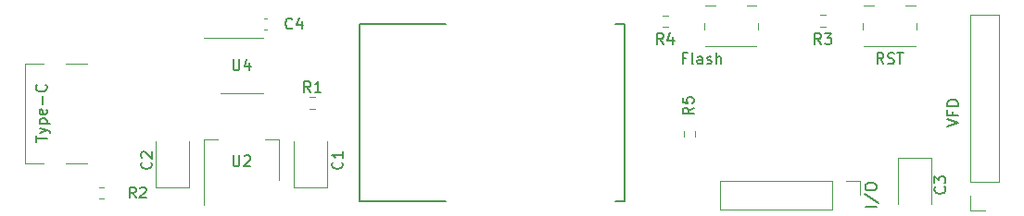
<source format=gbr>
%TF.GenerationSoftware,KiCad,Pcbnew,(5.1.10)-1*%
%TF.CreationDate,2021-05-06T00:31:15+08:00*%
%TF.ProjectId,wifivfd,77696669-7666-4642-9e6b-696361645f70,rev?*%
%TF.SameCoordinates,Original*%
%TF.FileFunction,Legend,Top*%
%TF.FilePolarity,Positive*%
%FSLAX46Y46*%
G04 Gerber Fmt 4.6, Leading zero omitted, Abs format (unit mm)*
G04 Created by KiCad (PCBNEW (5.1.10)-1) date 2021-05-06 00:31:15*
%MOMM*%
%LPD*%
G01*
G04 APERTURE LIST*
%ADD10C,0.120000*%
%ADD11C,0.177800*%
%ADD12C,0.150000*%
G04 APERTURE END LIST*
D10*
%TO.C,Flash*%
X166850000Y-80150000D02*
X165925000Y-80150000D01*
X166850000Y-83850000D02*
X162150000Y-83850000D01*
X162050000Y-82275000D02*
X162050000Y-81725000D01*
X166950000Y-82275000D02*
X166950000Y-81725000D01*
X163075000Y-80150000D02*
X162150000Y-80150000D01*
%TO.C,RST*%
X181350000Y-80150000D02*
X180425000Y-80150000D01*
X181350000Y-83850000D02*
X176650000Y-83850000D01*
X176550000Y-82275000D02*
X176550000Y-81725000D01*
X181450000Y-82275000D02*
X181450000Y-81725000D01*
X177575000Y-80150000D02*
X176650000Y-80150000D01*
%TO.C,VFD*%
X187700000Y-98880000D02*
X186370000Y-98880000D01*
X186370000Y-98880000D02*
X186370000Y-97550000D01*
X186370000Y-96280000D02*
X186370000Y-80980000D01*
X189030000Y-80980000D02*
X186370000Y-80980000D01*
X189030000Y-96280000D02*
X189030000Y-80980000D01*
X189030000Y-96280000D02*
X186370000Y-96280000D01*
D11*
%TO.C,U1*%
X130573000Y-81823000D02*
X138444000Y-81823000D01*
X130573000Y-98077000D02*
X130573000Y-81823000D01*
X138444000Y-98077000D02*
X130573000Y-98077000D01*
X153941000Y-81823000D02*
X154827000Y-81823000D01*
X154827000Y-98077000D02*
X153941000Y-98077000D01*
X154827000Y-81823000D02*
X154827000Y-98077000D01*
D10*
%TO.C,Type-C*%
X100015000Y-94580000D02*
X100015000Y-85420000D01*
X100015000Y-85420000D02*
X101720000Y-85420000D01*
X101720000Y-94580000D02*
X100015000Y-94580000D01*
X103730000Y-94580000D02*
X105650000Y-94580000D01*
X105650000Y-85420000D02*
X103730000Y-85420000D01*
%TO.C,U4*%
X119800000Y-88160000D02*
X121750000Y-88160000D01*
X119800000Y-88160000D02*
X117850000Y-88160000D01*
X119800000Y-83040000D02*
X121750000Y-83040000D01*
X119800000Y-83040000D02*
X116350000Y-83040000D01*
%TO.C,U2*%
X123210000Y-92390000D02*
X121950000Y-92390000D01*
X116390000Y-92390000D02*
X117650000Y-92390000D01*
X123210000Y-96150000D02*
X123210000Y-92390000D01*
X116390000Y-98400000D02*
X116390000Y-92390000D01*
%TO.C,R5*%
X161222500Y-91662742D02*
X161222500Y-92137258D01*
X160177500Y-91662742D02*
X160177500Y-92137258D01*
%TO.C,R4*%
X158262742Y-81027500D02*
X158737258Y-81027500D01*
X158262742Y-82072500D02*
X158737258Y-82072500D01*
%TO.C,R3*%
X172662742Y-80977500D02*
X173137258Y-80977500D01*
X172662742Y-82022500D02*
X173137258Y-82022500D01*
%TO.C,R2*%
X107237258Y-97822500D02*
X106762742Y-97822500D01*
X107237258Y-96777500D02*
X106762742Y-96777500D01*
%TO.C,R1*%
X126512258Y-89572500D02*
X126037742Y-89572500D01*
X126512258Y-88527500D02*
X126037742Y-88527500D01*
%TO.C,I/O*%
X163510000Y-96170000D02*
X163510000Y-98830000D01*
X173730000Y-96170000D02*
X163510000Y-96170000D01*
X173730000Y-98830000D02*
X163510000Y-98830000D01*
X173730000Y-96170000D02*
X173730000Y-98830000D01*
X175000000Y-96170000D02*
X176330000Y-96170000D01*
X176330000Y-96170000D02*
X176330000Y-97500000D01*
%TO.C,C4*%
X122140580Y-82310000D02*
X121859420Y-82310000D01*
X122140580Y-81290000D02*
X121859420Y-81290000D01*
%TO.C,C3*%
X182810000Y-98312500D02*
X182810000Y-94102500D01*
X182810000Y-94102500D02*
X179790000Y-94102500D01*
X179790000Y-94102500D02*
X179790000Y-98312500D01*
%TO.C,C2*%
X111990000Y-92550000D02*
X111990000Y-96760000D01*
X111990000Y-96760000D02*
X115010000Y-96760000D01*
X115010000Y-96760000D02*
X115010000Y-92550000D01*
%TO.C,C1*%
X124590000Y-92550000D02*
X124590000Y-96760000D01*
X124590000Y-96760000D02*
X127610000Y-96760000D01*
X127610000Y-96760000D02*
X127610000Y-92550000D01*
%TO.C,Flash*%
D12*
X160421428Y-84928571D02*
X160088095Y-84928571D01*
X160088095Y-85452380D02*
X160088095Y-84452380D01*
X160564285Y-84452380D01*
X161088095Y-85452380D02*
X160992857Y-85404761D01*
X160945238Y-85309523D01*
X160945238Y-84452380D01*
X161897619Y-85452380D02*
X161897619Y-84928571D01*
X161850000Y-84833333D01*
X161754761Y-84785714D01*
X161564285Y-84785714D01*
X161469047Y-84833333D01*
X161897619Y-85404761D02*
X161802380Y-85452380D01*
X161564285Y-85452380D01*
X161469047Y-85404761D01*
X161421428Y-85309523D01*
X161421428Y-85214285D01*
X161469047Y-85119047D01*
X161564285Y-85071428D01*
X161802380Y-85071428D01*
X161897619Y-85023809D01*
X162326190Y-85404761D02*
X162421428Y-85452380D01*
X162611904Y-85452380D01*
X162707142Y-85404761D01*
X162754761Y-85309523D01*
X162754761Y-85261904D01*
X162707142Y-85166666D01*
X162611904Y-85119047D01*
X162469047Y-85119047D01*
X162373809Y-85071428D01*
X162326190Y-84976190D01*
X162326190Y-84928571D01*
X162373809Y-84833333D01*
X162469047Y-84785714D01*
X162611904Y-84785714D01*
X162707142Y-84833333D01*
X163183333Y-85452380D02*
X163183333Y-84452380D01*
X163611904Y-85452380D02*
X163611904Y-84928571D01*
X163564285Y-84833333D01*
X163469047Y-84785714D01*
X163326190Y-84785714D01*
X163230952Y-84833333D01*
X163183333Y-84880952D01*
%TO.C,RST*%
X178452380Y-85452380D02*
X178119047Y-84976190D01*
X177880952Y-85452380D02*
X177880952Y-84452380D01*
X178261904Y-84452380D01*
X178357142Y-84500000D01*
X178404761Y-84547619D01*
X178452380Y-84642857D01*
X178452380Y-84785714D01*
X178404761Y-84880952D01*
X178357142Y-84928571D01*
X178261904Y-84976190D01*
X177880952Y-84976190D01*
X178833333Y-85404761D02*
X178976190Y-85452380D01*
X179214285Y-85452380D01*
X179309523Y-85404761D01*
X179357142Y-85357142D01*
X179404761Y-85261904D01*
X179404761Y-85166666D01*
X179357142Y-85071428D01*
X179309523Y-85023809D01*
X179214285Y-84976190D01*
X179023809Y-84928571D01*
X178928571Y-84880952D01*
X178880952Y-84833333D01*
X178833333Y-84738095D01*
X178833333Y-84642857D01*
X178880952Y-84547619D01*
X178928571Y-84500000D01*
X179023809Y-84452380D01*
X179261904Y-84452380D01*
X179404761Y-84500000D01*
X179690476Y-84452380D02*
X180261904Y-84452380D01*
X179976190Y-85452380D02*
X179976190Y-84452380D01*
%TO.C,VFD*%
X184252380Y-91161904D02*
X185252380Y-90828571D01*
X184252380Y-90495238D01*
X184728571Y-89828571D02*
X184728571Y-90161904D01*
X185252380Y-90161904D02*
X184252380Y-90161904D01*
X184252380Y-89685714D01*
X185252380Y-89304761D02*
X184252380Y-89304761D01*
X184252380Y-89066666D01*
X184300000Y-88923809D01*
X184395238Y-88828571D01*
X184490476Y-88780952D01*
X184680952Y-88733333D01*
X184823809Y-88733333D01*
X185014285Y-88780952D01*
X185109523Y-88828571D01*
X185204761Y-88923809D01*
X185252380Y-89066666D01*
X185252380Y-89304761D01*
%TO.C,Type-C*%
X101002380Y-92616666D02*
X101002380Y-92045238D01*
X102002380Y-92330952D02*
X101002380Y-92330952D01*
X101335714Y-91807142D02*
X102002380Y-91569047D01*
X101335714Y-91330952D02*
X102002380Y-91569047D01*
X102240476Y-91664285D01*
X102288095Y-91711904D01*
X102335714Y-91807142D01*
X101335714Y-90950000D02*
X102335714Y-90950000D01*
X101383333Y-90950000D02*
X101335714Y-90854761D01*
X101335714Y-90664285D01*
X101383333Y-90569047D01*
X101430952Y-90521428D01*
X101526190Y-90473809D01*
X101811904Y-90473809D01*
X101907142Y-90521428D01*
X101954761Y-90569047D01*
X102002380Y-90664285D01*
X102002380Y-90854761D01*
X101954761Y-90950000D01*
X101954761Y-89664285D02*
X102002380Y-89759523D01*
X102002380Y-89950000D01*
X101954761Y-90045238D01*
X101859523Y-90092857D01*
X101478571Y-90092857D01*
X101383333Y-90045238D01*
X101335714Y-89950000D01*
X101335714Y-89759523D01*
X101383333Y-89664285D01*
X101478571Y-89616666D01*
X101573809Y-89616666D01*
X101669047Y-90092857D01*
X101621428Y-89188095D02*
X101621428Y-88426190D01*
X101907142Y-87378571D02*
X101954761Y-87426190D01*
X102002380Y-87569047D01*
X102002380Y-87664285D01*
X101954761Y-87807142D01*
X101859523Y-87902380D01*
X101764285Y-87950000D01*
X101573809Y-87997619D01*
X101430952Y-87997619D01*
X101240476Y-87950000D01*
X101145238Y-87902380D01*
X101050000Y-87807142D01*
X101002380Y-87664285D01*
X101002380Y-87569047D01*
X101050000Y-87426190D01*
X101097619Y-87378571D01*
%TO.C,U4*%
X119038095Y-85052380D02*
X119038095Y-85861904D01*
X119085714Y-85957142D01*
X119133333Y-86004761D01*
X119228571Y-86052380D01*
X119419047Y-86052380D01*
X119514285Y-86004761D01*
X119561904Y-85957142D01*
X119609523Y-85861904D01*
X119609523Y-85052380D01*
X120514285Y-85385714D02*
X120514285Y-86052380D01*
X120276190Y-85004761D02*
X120038095Y-85719047D01*
X120657142Y-85719047D01*
%TO.C,U2*%
X119038095Y-93852380D02*
X119038095Y-94661904D01*
X119085714Y-94757142D01*
X119133333Y-94804761D01*
X119228571Y-94852380D01*
X119419047Y-94852380D01*
X119514285Y-94804761D01*
X119561904Y-94757142D01*
X119609523Y-94661904D01*
X119609523Y-93852380D01*
X120038095Y-93947619D02*
X120085714Y-93900000D01*
X120180952Y-93852380D01*
X120419047Y-93852380D01*
X120514285Y-93900000D01*
X120561904Y-93947619D01*
X120609523Y-94042857D01*
X120609523Y-94138095D01*
X120561904Y-94280952D01*
X119990476Y-94852380D01*
X120609523Y-94852380D01*
%TO.C,R5*%
X161102380Y-89466666D02*
X160626190Y-89800000D01*
X161102380Y-90038095D02*
X160102380Y-90038095D01*
X160102380Y-89657142D01*
X160150000Y-89561904D01*
X160197619Y-89514285D01*
X160292857Y-89466666D01*
X160435714Y-89466666D01*
X160530952Y-89514285D01*
X160578571Y-89561904D01*
X160626190Y-89657142D01*
X160626190Y-90038095D01*
X160102380Y-88561904D02*
X160102380Y-89038095D01*
X160578571Y-89085714D01*
X160530952Y-89038095D01*
X160483333Y-88942857D01*
X160483333Y-88704761D01*
X160530952Y-88609523D01*
X160578571Y-88561904D01*
X160673809Y-88514285D01*
X160911904Y-88514285D01*
X161007142Y-88561904D01*
X161054761Y-88609523D01*
X161102380Y-88704761D01*
X161102380Y-88942857D01*
X161054761Y-89038095D01*
X161007142Y-89085714D01*
%TO.C,R4*%
X158333333Y-83652380D02*
X158000000Y-83176190D01*
X157761904Y-83652380D02*
X157761904Y-82652380D01*
X158142857Y-82652380D01*
X158238095Y-82700000D01*
X158285714Y-82747619D01*
X158333333Y-82842857D01*
X158333333Y-82985714D01*
X158285714Y-83080952D01*
X158238095Y-83128571D01*
X158142857Y-83176190D01*
X157761904Y-83176190D01*
X159190476Y-82985714D02*
X159190476Y-83652380D01*
X158952380Y-82604761D02*
X158714285Y-83319047D01*
X159333333Y-83319047D01*
%TO.C,R3*%
X172733333Y-83652380D02*
X172400000Y-83176190D01*
X172161904Y-83652380D02*
X172161904Y-82652380D01*
X172542857Y-82652380D01*
X172638095Y-82700000D01*
X172685714Y-82747619D01*
X172733333Y-82842857D01*
X172733333Y-82985714D01*
X172685714Y-83080952D01*
X172638095Y-83128571D01*
X172542857Y-83176190D01*
X172161904Y-83176190D01*
X173066666Y-82652380D02*
X173685714Y-82652380D01*
X173352380Y-83033333D01*
X173495238Y-83033333D01*
X173590476Y-83080952D01*
X173638095Y-83128571D01*
X173685714Y-83223809D01*
X173685714Y-83461904D01*
X173638095Y-83557142D01*
X173590476Y-83604761D01*
X173495238Y-83652380D01*
X173209523Y-83652380D01*
X173114285Y-83604761D01*
X173066666Y-83557142D01*
%TO.C,R2*%
X110133333Y-97752380D02*
X109800000Y-97276190D01*
X109561904Y-97752380D02*
X109561904Y-96752380D01*
X109942857Y-96752380D01*
X110038095Y-96800000D01*
X110085714Y-96847619D01*
X110133333Y-96942857D01*
X110133333Y-97085714D01*
X110085714Y-97180952D01*
X110038095Y-97228571D01*
X109942857Y-97276190D01*
X109561904Y-97276190D01*
X110514285Y-96847619D02*
X110561904Y-96800000D01*
X110657142Y-96752380D01*
X110895238Y-96752380D01*
X110990476Y-96800000D01*
X111038095Y-96847619D01*
X111085714Y-96942857D01*
X111085714Y-97038095D01*
X111038095Y-97180952D01*
X110466666Y-97752380D01*
X111085714Y-97752380D01*
%TO.C,R1*%
X126108333Y-88052380D02*
X125775000Y-87576190D01*
X125536904Y-88052380D02*
X125536904Y-87052380D01*
X125917857Y-87052380D01*
X126013095Y-87100000D01*
X126060714Y-87147619D01*
X126108333Y-87242857D01*
X126108333Y-87385714D01*
X126060714Y-87480952D01*
X126013095Y-87528571D01*
X125917857Y-87576190D01*
X125536904Y-87576190D01*
X127060714Y-88052380D02*
X126489285Y-88052380D01*
X126775000Y-88052380D02*
X126775000Y-87052380D01*
X126679761Y-87195238D01*
X126584523Y-87290476D01*
X126489285Y-87338095D01*
%TO.C,I/O*%
X177782380Y-98547619D02*
X176782380Y-98547619D01*
X176734761Y-97357142D02*
X178020476Y-98214285D01*
X176782380Y-96833333D02*
X176782380Y-96642857D01*
X176830000Y-96547619D01*
X176925238Y-96452380D01*
X177115714Y-96404761D01*
X177449047Y-96404761D01*
X177639523Y-96452380D01*
X177734761Y-96547619D01*
X177782380Y-96642857D01*
X177782380Y-96833333D01*
X177734761Y-96928571D01*
X177639523Y-97023809D01*
X177449047Y-97071428D01*
X177115714Y-97071428D01*
X176925238Y-97023809D01*
X176830000Y-96928571D01*
X176782380Y-96833333D01*
%TO.C,C4*%
X124433333Y-82157142D02*
X124385714Y-82204761D01*
X124242857Y-82252380D01*
X124147619Y-82252380D01*
X124004761Y-82204761D01*
X123909523Y-82109523D01*
X123861904Y-82014285D01*
X123814285Y-81823809D01*
X123814285Y-81680952D01*
X123861904Y-81490476D01*
X123909523Y-81395238D01*
X124004761Y-81300000D01*
X124147619Y-81252380D01*
X124242857Y-81252380D01*
X124385714Y-81300000D01*
X124433333Y-81347619D01*
X125290476Y-81585714D02*
X125290476Y-82252380D01*
X125052380Y-81204761D02*
X124814285Y-81919047D01*
X125433333Y-81919047D01*
%TO.C,C3*%
X184007142Y-96729166D02*
X184054761Y-96776785D01*
X184102380Y-96919642D01*
X184102380Y-97014880D01*
X184054761Y-97157738D01*
X183959523Y-97252976D01*
X183864285Y-97300595D01*
X183673809Y-97348214D01*
X183530952Y-97348214D01*
X183340476Y-97300595D01*
X183245238Y-97252976D01*
X183150000Y-97157738D01*
X183102380Y-97014880D01*
X183102380Y-96919642D01*
X183150000Y-96776785D01*
X183197619Y-96729166D01*
X183102380Y-96395833D02*
X183102380Y-95776785D01*
X183483333Y-96110119D01*
X183483333Y-95967261D01*
X183530952Y-95872023D01*
X183578571Y-95824404D01*
X183673809Y-95776785D01*
X183911904Y-95776785D01*
X184007142Y-95824404D01*
X184054761Y-95872023D01*
X184102380Y-95967261D01*
X184102380Y-96252976D01*
X184054761Y-96348214D01*
X184007142Y-96395833D01*
%TO.C,C2*%
X111507142Y-94466666D02*
X111554761Y-94514285D01*
X111602380Y-94657142D01*
X111602380Y-94752380D01*
X111554761Y-94895238D01*
X111459523Y-94990476D01*
X111364285Y-95038095D01*
X111173809Y-95085714D01*
X111030952Y-95085714D01*
X110840476Y-95038095D01*
X110745238Y-94990476D01*
X110650000Y-94895238D01*
X110602380Y-94752380D01*
X110602380Y-94657142D01*
X110650000Y-94514285D01*
X110697619Y-94466666D01*
X110697619Y-94085714D02*
X110650000Y-94038095D01*
X110602380Y-93942857D01*
X110602380Y-93704761D01*
X110650000Y-93609523D01*
X110697619Y-93561904D01*
X110792857Y-93514285D01*
X110888095Y-93514285D01*
X111030952Y-93561904D01*
X111602380Y-94133333D01*
X111602380Y-93514285D01*
%TO.C,C1*%
X128957142Y-94466666D02*
X129004761Y-94514285D01*
X129052380Y-94657142D01*
X129052380Y-94752380D01*
X129004761Y-94895238D01*
X128909523Y-94990476D01*
X128814285Y-95038095D01*
X128623809Y-95085714D01*
X128480952Y-95085714D01*
X128290476Y-95038095D01*
X128195238Y-94990476D01*
X128100000Y-94895238D01*
X128052380Y-94752380D01*
X128052380Y-94657142D01*
X128100000Y-94514285D01*
X128147619Y-94466666D01*
X129052380Y-93514285D02*
X129052380Y-94085714D01*
X129052380Y-93800000D02*
X128052380Y-93800000D01*
X128195238Y-93895238D01*
X128290476Y-93990476D01*
X128338095Y-94085714D01*
%TD*%
M02*

</source>
